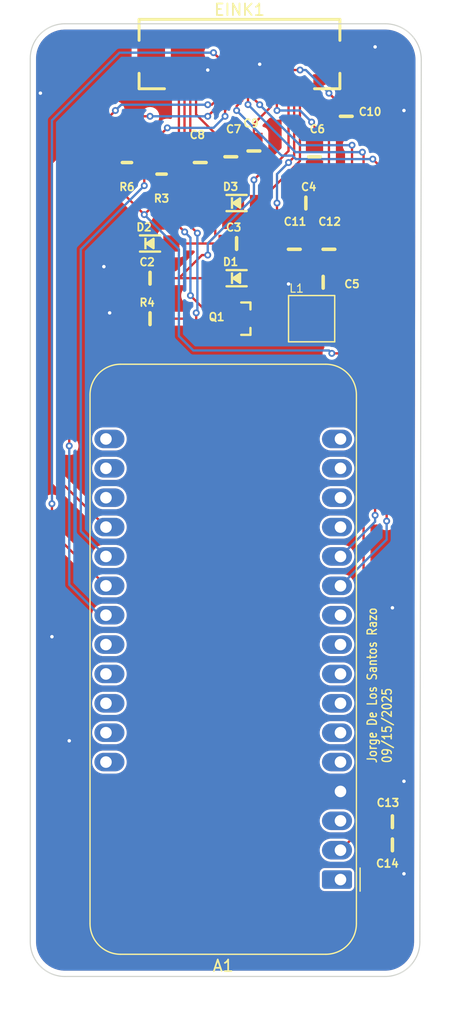
<source format=kicad_pcb>
(kicad_pcb (version 20241229) (generator "pcbnew") (generator_version "9.0")
  (layers (0 "F.Cu" signal) (2 "B.Cu" signal) (13 "F.Paste" user) (15 "B.Paste" user) (5 "F.SilkS" user "F.Silkscreen") (7 "B.SilkS" user "B.Silkscreen") (1 "F.Mask" user) (3 "B.Mask" user) (25 "Edge.Cuts" user))
  (net 0 "")
  (net 3 "3.3V")
  (net 5 "GND")
  (net 8 "/DISPCS")
  (net 14 "/DC")
  (net 18 "/BUSY")
  (net 22 "/MOSI")
  (net 24 "/SCLK")
  (net 26 "/RESET")
  (net 27 "/VGH")
  (net 28 "Net-(L1-1)")
  (net 29 "Net-(C3-Pad2)")
  (net 30 "/VGL")
  (net 31 "Net-(EINK1-VPP)")
  (net 32 "Net-(EINK1-VSH2)")
  (net 33 "Net-(EINK1-VGL{slash}NC)")
  (net 34 "Net-(EINK1-VDD)")
  (net 35 "Net-(EINK1-VSH1)")
  (net 36 "Net-(EINK1-VSL)")
  (net 37 "Net-(EINK1-VCOM)")
  (net 38 "/RESE")
  (net 39 "/TSDA")
  (net 40 "/GDR")
  (net 41 "/TSCL")
  (footprint "Adafruit eInk Breakout Friend:SOD-123" (layer "F.Cu") (at 120 73.5)
    (property "Reference" "D2" (at -1.27 -1.016 0) (layer "F.SilkS") (effects (font (size 0.666496 0.666496) (thickness 0.146304)) (justify left bottom)))
    (property "Value" "MBR0530")
    (fp_line (start -0.873 -0.7) (end 0.873 -0.7) (stroke (width 0.2032)) (layer "F.SilkS"))
    (fp_line (start -0.3 0) (end 0.3 -0.4) (stroke (width 0.2032)) (layer "F.SilkS"))
    (fp_line (start 0.3 -0.4) (end 0.3 0.4) (stroke (width 0.2032)) (layer "F.SilkS"))
    (fp_line (start 0.3 0.4) (end -0.3 0) (stroke (width 0.2032)) (layer "F.SilkS"))
    (fp_line (start 0.873 0.7) (end -0.873 0.7) (stroke (width 0.2032)) (layer "F.SilkS"))
    (fp_poly (pts (xy 0.3016 0.389841) (xy -0.283162 0) (xy 0.3016 -0.389841)) (fill yes) (layer "F.SilkS"))
    (fp_poly (pts (xy -0.5 0.5) (xy -0.3 0.5) (xy -0.3 -0.5) (xy -0.5 -0.5)) (fill yes) (layer "F.SilkS"))
    (pad "A" smd rect (at 1.85 0 90) (size 1.4 1.4) (layers "F.Cu" "F.Mask" "F.Paste") (net 29 "Net-(C3-Pad2)"))
    (pad "C" smd rect (at -1.85 0 90) (size 1.4 1.4) (layers "F.Cu" "F.Mask" "F.Paste") (net 5 "GND"))
  )
  (footprint "Adafruit eInk Breakout Friend:0805-NO" (layer "F.Cu") (at 135.5 74 90)
    (property "Reference" "C12" (at 2 -1 0) (layer "F.SilkS") (effects (font (size 0.666496 0.666496) (thickness 0.146304)) (justify left bottom)))
    (property "Value" "1uF")
    (fp_line (start 0 -0.508) (end 0 0.508) (stroke (width 0.3048)) (layer "F.SilkS"))
    (pad "1" smd rect (at -0.95 0 90) (size 1.24 1.5) (layers "F.Cu" "F.Mask" "F.Paste") (net 5 "GND"))
    (pad "2" smd rect (at 0.95 0 90) (size 1.24 1.5) (layers "F.Cu" "F.Mask" "F.Paste") (net 37 "Net-(EINK1-VCOM)"))
  )
  (footprint "Adafruit eInk Breakout Friend:0805-NO" (layer "F.Cu") (at 129 65.5 90)
    (property "Reference" "C9" (at 2 -1 0) (layer "F.SilkS") (effects (font (size 0.666496 0.666496) (thickness 0.146304)) (justify left bottom)))
    (property "Value" "1uF")
    (fp_line (start 0 -0.508) (end 0 0.508) (stroke (width 0.3048)) (layer "F.SilkS"))
    (pad "1" smd rect (at -0.95 0 90) (size 1.24 1.5) (layers "F.Cu" "F.Mask" "F.Paste") (net 5 "GND"))
    (pad "2" smd rect (at 0.95 0 90) (size 1.24 1.5) (layers "F.Cu" "F.Mask" "F.Paste") (net 34 "Net-(EINK1-VDD)"))
  )
  (footprint "Adafruit eInk Breakout Friend:0805-NO" (layer "F.Cu") (at 137 62.5 90)
    (property "Reference" "C10" (at 0 1 0) (layer "F.SilkS") (effects (font (size 0.666496 0.666496) (thickness 0.146304)) (justify left bottom)))
    (property "Value" "1uF")
    (fp_line (start 0 -0.508) (end 0 0.508) (stroke (width 0.3048)) (layer "F.SilkS"))
    (pad "1" smd rect (at -0.95 0 90) (size 1.24 1.5) (layers "F.Cu" "F.Mask" "F.Paste") (net 5 "GND"))
    (pad "2" smd rect (at 0.95 0 90) (size 1.24 1.5) (layers "F.Cu" "F.Mask" "F.Paste") (net 35 "Net-(EINK1-VSH1)"))
  )
  (footprint "Adafruit eInk Breakout Friend:0805-NO" (layer "F.Cu") (at 133.5 70)
    (property "Reference" "C4" (at -0.5 -1 0) (layer "F.SilkS") (effects (font (size 0.666496 0.666496) (thickness 0.146304)) (justify left bottom)))
    (property "Value" "1uF")
    (fp_line (start 0 -0.508) (end 0 0.508) (stroke (width 0.3048)) (layer "F.SilkS"))
    (pad "1" smd rect (at -0.95 0) (size 1.24 1.5) (layers "F.Cu" "F.Mask" "F.Paste") (net 30 "/VGL"))
    (pad "2" smd rect (at 0.95 0) (size 1.24 1.5) (layers "F.Cu" "F.Mask" "F.Paste") (net 5 "GND"))
  )
  (footprint "Adafruit eInk Breakout Friend:SOD-123" (layer "F.Cu") (at 127.5 76.5)
    (property "Reference" "D1" (at -1.27 -1.016 0) (layer "F.SilkS") (effects (font (size 0.666496 0.666496) (thickness 0.146304)) (justify left bottom)))
    (property "Value" "MBR0530")
    (fp_line (start -0.873 -0.7) (end 0.873 -0.7) (stroke (width 0.2032)) (layer "F.SilkS"))
    (fp_line (start -0.3 0) (end 0.3 -0.4) (stroke (width 0.2032)) (layer "F.SilkS"))
    (fp_line (start 0.3 -0.4) (end 0.3 0.4) (stroke (width 0.2032)) (layer "F.SilkS"))
    (fp_line (start 0.3 0.4) (end -0.3 0) (stroke (width 0.2032)) (layer "F.SilkS"))
    (fp_line (start 0.873 0.7) (end -0.873 0.7) (stroke (width 0.2032)) (layer "F.SilkS"))
    (fp_poly (pts (xy 0.3016 0.389841) (xy -0.283162 0) (xy 0.3016 -0.389841)) (fill yes) (layer "F.SilkS"))
    (fp_poly (pts (xy -0.5 0.5) (xy -0.3 0.5) (xy -0.3 -0.5) (xy -0.5 -0.5)) (fill yes) (layer "F.SilkS"))
    (pad "A" smd rect (at 1.85 0 90) (size 1.4 1.4) (layers "F.Cu" "F.Mask" "F.Paste") (net 28 "Net-(L1-1)"))
    (pad "C" smd rect (at -1.85 0 90) (size 1.4 1.4) (layers "F.Cu" "F.Mask" "F.Paste") (net 27 "/VGH"))
  )
  (footprint "Adafruit eInk Breakout Friend:0603-NO" (layer "F.Cu") (at 118 66.5 -90)
    (property "Reference" "R6" (at 2.5 0.75 0) (layer "F.SilkS") (effects (font (size 0.666496 0.666496) (thickness 0.146304)) (justify left bottom)))
    (property "Value" "100K")
    (fp_line (start 0 -0.4) (end 0 0.4) (stroke (width 0.3048)) (layer "F.SilkS"))
    (pad "1" smd rect (at -0.85 0 270) (size 1.075 1) (layers "F.Cu" "F.Mask" "F.Paste") (net 26 "/RESET"))
    (pad "2" smd rect (at 0.85 0 270) (size 1.075 1) (layers "F.Cu" "F.Mask" "F.Paste") (net 3 "3.3V"))
  )
  (footprint "Adafruit eInk Breakout Friend:0805-NO" (layer "F.Cu") (at 124.35 66.5 90)
    (property "Reference" "C8" (at 2 -1 0) (layer "F.SilkS") (effects (font (size 0.666496 0.666496) (thickness 0.146304)) (justify left bottom)))
    (property "Value" "1uF")
    (fp_line (start 0 -0.508) (end 0 0.508) (stroke (width 0.3048)) (layer "F.SilkS"))
    (pad "1" smd rect (at -0.95 0 90) (size 1.24 1.5) (layers "F.Cu" "F.Mask" "F.Paste") (net 5 "GND"))
    (pad "2" smd rect (at 0.95 0 90) (size 1.24 1.5) (layers "F.Cu" "F.Mask" "F.Paste") (net 33 "Net-(EINK1-VGL{slash}NC)"))
  )
  (footprint "Module:Adafruit_Feather" (layer "F.Cu") (at 136.5 128.5 180)
    (property "Reference" "A1" (at 10.16 -7.46 0) (layer "F.SilkS"))
    (property "Value" "Adafruit_Feather_HUZZAH32_ESP32")
    (fp_line (start 21.7 -3.81) (end 21.7 41.91) (stroke (width 0.12)) (layer "F.SilkS"))
    (fp_line (start 19.05 44.56) (end 1.27 44.56) (stroke (width 0.12)) (layer "F.SilkS"))
    (fp_line (start 19.05 -6.46) (end 1.27 -6.46) (stroke (width 0.12)) (layer "F.SilkS"))
    (fp_line (start -1.38 -3.81) (end -1.38 41.91) (stroke (width 0.12)) (layer "F.SilkS"))
    (fp_line (start -1.7 1) (end -1.7 -1) (stroke (width 0.12)) (layer "F.SilkS"))
    (fp_arc (start 21.7 41.91) (mid 20.923833 43.783833) (end 19.05 44.56) (stroke (width 0.12)) (layer "F.SilkS"))
    (fp_arc (start 19.05 -6.46) (mid 20.923833 -5.683833) (end 21.7 -3.81) (stroke (width 0.12)) (layer "F.SilkS"))
    (fp_arc (start 1.27 44.56) (mid -0.603833 43.783833) (end -1.38 41.91) (stroke (width 0.12)) (layer "F.SilkS"))
    (fp_arc (start -1.38 -3.81) (mid -0.603833 -5.683833) (end 1.27 -6.46) (stroke (width 0.12)) (layer "F.SilkS"))
    (pad "1" thru_hole roundrect (at 0 0 180) (size 2.6 1.6) (drill 1 (offset 0.3 0)) (layers "*.Cu" "*.Mask") (roundrect_rratio 0.15625))
    (pad "2" thru_hole oval (at 0 2.54 180) (size 2.6 1.6) (drill 1 (offset 0.3 0)) (layers "*.Cu" "*.Mask") (net 3 "3.3V"))
    (pad "3" thru_hole oval (at 0 5.08 180) (size 2.6 1.6) (drill 1 (offset 0.3 0)) (layers "*.Cu" "*.Mask"))
    (pad "4" thru_hole oval (at 0 7.62 180) (size 2.6 1.6) (drill 1 (offset 0.3 0)) (layers "*.Cu" "*.Mask") (net 5 "GND"))
    (pad "5" thru_hole oval (at 0 10.16 180) (size 2.6 1.6) (drill 1 (offset 0.3 0)) (layers "*.Cu" "*.Mask"))
    (pad "6" thru_hole oval (at 0 12.7 180) (size 2.6 1.6) (drill 1 (offset 0.3 0)) (layers "*.Cu" "*.Mask"))
    (pad "7" thru_hole oval (at 0 15.24 180) (size 2.6 1.6) (drill 1 (offset 0.3 0)) (layers "*.Cu" "*.Mask"))
    (pad "8" thru_hole oval (at 0 17.78 180) (size 2.6 1.6) (drill 1 (offset 0.3 0)) (layers "*.Cu" "*.Mask"))
    (pad "9" thru_hole oval (at 0 20.32 180) (size 2.6 1.6) (drill 1 (offset 0.3 0)) (layers "*.Cu" "*.Mask"))
    (pad "10" thru_hole oval (at 0 22.86 180) (size 2.6 1.6) (drill 1 (offset 0.3 0)) (layers "*.Cu" "*.Mask"))
    (pad "11" thru_hole oval (at 0 25.4 180) (size 2.6 1.6) (drill 1 (offset 0.3 0)) (layers "*.Cu" "*.Mask") (net 24 "/SCLK"))
    (pad "12" thru_hole oval (at 0 27.94 180) (size 2.6 1.6) (drill 1 (offset 0.3 0)) (layers "*.Cu" "*.Mask") (net 22 "/MOSI"))
    (pad "13" thru_hole oval (at 0 30.48 180) (size 2.6 1.6) (drill 1 (offset 0.3 0)) (layers "*.Cu" "*.Mask"))
    (pad "14" thru_hole oval (at 0 33.02 180) (size 2.6 1.6) (drill 1 (offset 0.3 0)) (layers "*.Cu" "*.Mask"))
    (pad "15" thru_hole oval (at 0 35.56 180) (size 2.6 1.6) (drill 1 (offset 0.3 0)) (layers "*.Cu" "*.Mask"))
    (pad "16" thru_hole oval (at 0 38.1 180) (size 2.6 1.6) (drill 1 (offset 0.3 0)) (layers "*.Cu" "*.Mask"))
    (pad "17" thru_hole oval (at 20.32 38.1) (size 2.6 1.6) (drill 1 (offset 0.3 0)) (layers "*.Cu" "*.Mask"))
    (pad "18" thru_hole oval (at 20.32 35.56) (size 2.6 1.6) (drill 1 (offset 0.3 0)) (layers "*.Cu" "*.Mask"))
    (pad "19" thru_hole oval (at 20.32 33.02) (size 2.6 1.6) (drill 1 (offset 0.3 0)) (layers "*.Cu" "*.Mask"))
    (pad "20" thru_hole oval (at 20.32 30.48) (size 2.6 1.6) (drill 1 (offset 0.3 0)) (layers "*.Cu" "*.Mask") (net 18 "/BUSY"))
    (pad "21" thru_hole oval (at 20.32 27.94) (size 2.6 1.6) (drill 1 (offset 0.3 0)) (layers "*.Cu" "*.Mask") (net 8 "/DISPCS"))
    (pad "22" thru_hole oval (at 20.32 25.4) (size 2.6 1.6) (drill 1 (offset 0.3 0)) (layers "*.Cu" "*.Mask") (net 14 "/DC"))
    (pad "23" thru_hole oval (at 20.32 22.86) (size 2.6 1.6) (drill 1 (offset 0.3 0)) (layers "*.Cu" "*.Mask") (net 26 "/RESET"))
    (pad "24" thru_hole oval (at 20.32 20.32) (size 2.6 1.6) (drill 1 (offset 0.3 0)) (layers "*.Cu" "*.Mask"))
    (pad "25" thru_hole oval (at 20.32 17.78) (size 2.6 1.6) (drill 1 (offset 0.3 0)) (layers "*.Cu" "*.Mask"))
    (pad "26" thru_hole oval (at 20.32 15.24) (size 2.6 1.6) (drill 1 (offset 0.3 0)) (layers "*.Cu" "*.Mask"))
    (pad "27" thru_hole oval (at 20.32 12.7) (size 2.6 1.6) (drill 1 (offset 0.3 0)) (layers "*.Cu" "*.Mask"))
    (pad "28" thru_hole oval (at 20.32 10.16) (size 2.6 1.6) (drill 1 (offset 0.3 0)) (layers "*.Cu" "*.Mask"))
  )
  (footprint "Adafruit eInk Breakout Friend:0805-NO" (layer "F.Cu") (at 141 125.5 180)
    (property "Reference" "C14" (at 1.5 -2 0) (layer "F.SilkS") (effects (font (size 0.666496 0.666496) (thickness 0.146304)) (justify left bottom)))
    (property "Value" "10uF")
    (fp_line (start 0 -0.508) (end 0 0.508) (stroke (width 0.3048)) (layer "F.SilkS"))
    (pad "1" smd rect (at -0.95 0 180) (size 1.24 1.5) (layers "F.Cu" "F.Mask" "F.Paste") (net 5 "GND"))
    (pad "2" smd rect (at 0.95 0 180) (size 1.24 1.5) (layers "F.Cu" "F.Mask" "F.Paste") (net 3 "3.3V"))
  )
  (footprint "Adafruit eInk Breakout Friend:0805-NO" (layer "F.Cu") (at 120 76.5 180)
    (property "Reference" "C2" (at 1 1 0) (layer "F.SilkS") (effects (font (size 0.666496 0.666496) (thickness 0.146304)) (justify left bottom)))
    (property "Value" "1uF")
    (fp_line (start 0 -0.508) (end 0 0.508) (stroke (width 0.3048)) (layer "F.SilkS"))
    (pad "1" smd rect (at -0.95 0 180) (size 1.24 1.5) (layers "F.Cu" "F.Mask" "F.Paste") (net 27 "/VGH"))
    (pad "2" smd rect (at 0.95 0 180) (size 1.24 1.5) (layers "F.Cu" "F.Mask" "F.Paste") (net 5 "GND"))
  )
  (footprint "Adafruit eInk Breakout Friend:SOD-123" (layer "F.Cu") (at 127.5 70)
    (property "Reference" "D3" (at -1.27 -1.016 0) (layer "F.SilkS") (effects (font (size 0.666496 0.666496) (thickness 0.146304)) (justify left bottom)))
    (property "Value" "MBR0530")
    (fp_line (start -0.873 -0.7) (end 0.873 -0.7) (stroke (width 0.2032)) (layer "F.SilkS"))
    (fp_line (start -0.3 0) (end 0.3 -0.4) (stroke (width 0.2032)) (layer "F.SilkS"))
    (fp_line (start 0.3 -0.4) (end 0.3 0.4) (stroke (width 0.2032)) (layer "F.SilkS"))
    (fp_line (start 0.3 0.4) (end -0.3 0) (stroke (width 0.2032)) (layer "F.SilkS"))
    (fp_line (start 0.873 0.7) (end -0.873 0.7) (stroke (width 0.2032)) (layer "F.SilkS"))
    (fp_poly (pts (xy 0.3016 0.389841) (xy -0.283162 0) (xy 0.3016 -0.389841)) (fill yes) (layer "F.SilkS"))
    (fp_poly (pts (xy -0.5 0.5) (xy -0.3 0.5) (xy -0.3 -0.5) (xy -0.5 -0.5)) (fill yes) (layer "F.SilkS"))
    (pad "A" smd rect (at 1.85 0 90) (size 1.4 1.4) (layers "F.Cu" "F.Mask" "F.Paste") (net 30 "/VGL"))
    (pad "C" smd rect (at -1.85 0 90) (size 1.4 1.4) (layers "F.Cu" "F.Mask" "F.Paste") (net 29 "Net-(C3-Pad2)"))
  )
  (footprint "Adafruit eInk Breakout Friend:0805-NO" (layer "F.Cu") (at 127 66 90)
    (property "Reference" "C7" (at 2 -0.5 0) (layer "F.SilkS") (effects (font (size 0.666496 0.666496) (thickness 0.146304)) (justify left bottom)))
    (property "Value" "1uF")
    (fp_line (start 0 -0.508) (end 0 0.508) (stroke (width 0.3048)) (layer "F.SilkS"))
    (pad "1" smd rect (at -0.95 0 90) (size 1.24 1.5) (layers "F.Cu" "F.Mask" "F.Paste") (net 5 "GND"))
    (pad "2" smd rect (at 0.95 0 90) (size 1.24 1.5) (layers "F.Cu" "F.Mask" "F.Paste") (net 32 "Net-(EINK1-VSH2)"))
  )
  (footprint "Adafruit eInk Breakout Friend:0805-NO" (layer "F.Cu") (at 135 76.85)
    (property "Reference" "C5" (at 1.75 0.55 0) (layer "F.SilkS") (effects (font (size 0.666496 0.666496) (thickness 0.146304)) (justify left bottom)))
    (property "Value" "10uF")
    (fp_line (start 0 -0.508) (end 0 0.508) (stroke (width 0.3048)) (layer "F.SilkS"))
    (pad "1" smd rect (at -0.95 0) (size 1.24 1.5) (layers "F.Cu" "F.Mask" "F.Paste") (net 5 "GND"))
    (pad "2" smd rect (at 0.95 0) (size 1.24 1.5) (layers "F.Cu" "F.Mask" "F.Paste") (net 3 "3.3V"))
  )
  (footprint "Adafruit eInk Breakout Friend:0805-NO" (layer "F.Cu") (at 141 123.5 180)
    (property "Reference" "C13" (at 1.45 1.25 0) (layer "F.SilkS") (effects (font (size 0.666496 0.666496) (thickness 0.146304)) (justify left bottom)))
    (property "Value" "0.1uF")
    (fp_line (start 0 -0.508) (end 0 0.508) (stroke (width 0.3048)) (layer "F.SilkS"))
    (pad "1" smd rect (at -0.95 0 180) (size 1.24 1.5) (layers "F.Cu" "F.Mask" "F.Paste") (net 5 "GND"))
    (pad "2" smd rect (at 0.95 0 180) (size 1.24 1.5) (layers "F.Cu" "F.Mask" "F.Paste") (net 3 "3.3V"))
  )
  (footprint "Adafruit eInk Breakout Friend:0805-NO" (layer "F.Cu") (at 132.5 74 90)
    (property "Reference" "C11" (at 2 -1 0) (layer "F.SilkS") (effects (font (size 0.666496 0.666496) (thickness 0.146304)) (justify left bottom)))
    (property "Value" "1uF")
    (fp_line (start 0 -0.508) (end 0 0.508) (stroke (width 0.3048)) (layer "F.SilkS"))
    (pad "1" smd rect (at -0.95 0 90) (size 1.24 1.5) (layers "F.Cu" "F.Mask" "F.Paste") (net 5 "GND"))
    (pad "2" smd rect (at 0.95 0 90) (size 1.24 1.5) (layers "F.Cu" "F.Mask" "F.Paste") (net 36 "Net-(EINK1-VSL)"))
  )
  (footprint "Adafruit eInk Breakout Friend:0805-NO" (layer "F.Cu") (at 120 80 180)
    (property "Reference" "R4" (at 1 1 0) (layer "F.SilkS") (effects (font (size 0.666496 0.666496) (thickness 0.146304)) (justify left bottom)))
    (property "Value" "0.47ohm")
    (fp_line (start 0 -0.508) (end 0 0.508) (stroke (width 0.3048)) (layer "F.SilkS"))
    (pad "1" smd rect (at -0.95 0 180) (size 1.24 1.5) (layers "F.Cu" "F.Mask" "F.Paste") (net 38 "/RESE"))
    (pad "2" smd rect (at 0.95 0 180) (size 1.24 1.5) (layers "F.Cu" "F.Mask" "F.Paste") (net 5 "GND"))
  )
  (footprint "Adafruit eInk Breakout Friend:SOT23-3" (layer "F.Cu") (at 128 80 -90)
    (property "Reference" "Q1" (at 0.25 3 0) (layer "F.SilkS") (effects (font (size 0.673888 0.673888) (thickness 0.146304) (bold yes)) (justify left bottom)))
    (property "Value" "IRLML0100")
    (fp_line (start -1.4 -0.7) (end -1.4 0.1) (stroke (width 0.2032)) (layer "F.SilkS"))
    (fp_line (start -0.8 -0.7) (end -1.4 -0.7) (stroke (width 0.2032)) (layer "F.SilkS"))
    (fp_line (start 0.8 -0.7) (end 1.4 -0.7) (stroke (width 0.2032)) (layer "F.SilkS"))
    (fp_line (start 1.4 -0.7) (end 1.4 0.1) (stroke (width 0.2032)) (layer "F.SilkS"))
    (pad "1" smd rect (at -0.95 1 270) (size 0.8 0.9) (layers "F.Cu" "F.Mask" "F.Paste") (net 40 "/GDR"))
    (pad "2" smd rect (at 0.95 1 270) (size 0.8 0.9) (layers "F.Cu" "F.Mask" "F.Paste") (net 38 "/RESE"))
    (pad "3" smd rect (at 0 -1.1 270) (size 0.8 0.9) (layers "F.Cu" "F.Mask" "F.Paste") (net 28 "Net-(L1-1)"))
  )
  (footprint "Adafruit eInk Breakout Friend:0603-NO" (layer "F.Cu") (at 121 67.5 -90)
    (property "Reference" "R3" (at 2.5 0.75 0) (layer "F.SilkS") (effects (font (size 0.666496 0.666496) (thickness 0.146304)) (justify left bottom)))
    (property "Value" "100K")
    (fp_line (start 0 -0.4) (end 0 0.4) (stroke (width 0.3048)) (layer "F.SilkS"))
    (pad "1" smd rect (at -0.85 0 270) (size 1.075 1) (layers "F.Cu" "F.Mask" "F.Paste") (net 8 "/DISPCS"))
    (pad "2" smd rect (at 0.85 0 270) (size 1.075 1) (layers "F.Cu" "F.Mask" "F.Paste") (net 3 "3.3V"))
  )
  (footprint "Adafruit eInk Breakout Friend:INDUCTOR_4X4MM_NR401" (layer "F.Cu") (at 134 80)
    (property "Reference" "L1" (at -2 -2.2 0) (layer "F.SilkS") (effects (font (size 0.715264 0.715264) (thickness 0.097536)) (justify left bottom)))
    (property "Value" "10uH")
    (fp_line (start -2 -2) (end 2 -2) (stroke (width 0.127)) (layer "F.SilkS"))
    (fp_line (start -2 2) (end -2 -2) (stroke (width 0.127)) (layer "F.SilkS"))
    (fp_line (start 2 -2) (end 2 2) (stroke (width 0.127)) (layer "F.SilkS"))
    (fp_line (start 2 2) (end -2 2) (stroke (width 0.127)) (layer "F.SilkS"))
    (pad "P$1" smd rect (at -1.4 0) (size 1.2 3.7) (layers "F.Cu" "F.Mask" "F.Paste") (net 28 "Net-(L1-1)"))
    (pad "P$2" smd rect (at 1.4 0) (size 1.2 3.7) (layers "F.Cu" "F.Mask" "F.Paste") (net 3 "3.3V"))
  )
  (footprint "Adafruit eInk Breakout Friend:0805-NO" (layer "F.Cu") (at 134.25 66 90)
    (property "Reference" "C6" (at 2 -0.5 0) (layer "F.SilkS") (effects (font (size 0.666496 0.666496) (thickness 0.146304)) (justify left bottom)))
    (property "Value" "1uF")
    (fp_line (start 0 -0.508) (end 0 0.508) (stroke (width 0.3048)) (layer "F.SilkS"))
    (pad "1" smd rect (at -0.95 0 90) (size 1.24 1.5) (layers "F.Cu" "F.Mask" "F.Paste") (net 5 "GND"))
    (pad "2" smd rect (at 0.95 0 90) (size 1.24 1.5) (layers "F.Cu" "F.Mask" "F.Paste") (net 31 "Net-(EINK1-VPP)"))
  )
  (footprint "Adafruit eInk Breakout Friend:FPC-SMD_P0.50-24P_XJ-FGS" (layer "F.Cu") (at 127.75 58.62)
    (property "Reference" "EINK1" (at 0 -5.327 0) (layer "F.SilkS"))
    (property "Value" "EINK_24PIN_CONNECTOR")
    (fp_line (start -8.7 -4.5) (end 8.7 -4.5) (stroke (width 0.254)) (layer "F.SilkS"))
    (fp_line (start -8.7 -2.687) (end -8.7 -4.5) (stroke (width 0.254)) (layer "F.SilkS"))
    (fp_line (start -8.7 1.5) (end -8.7 0.164) (stroke (width 0.254)) (layer "F.SilkS"))
    (fp_line (start -6.5 1.5) (end -8.7 1.5) (stroke (width 0.254)) (layer "F.SilkS"))
    (fp_line (start 8.7 -2.687) (end 8.7 -4.5) (stroke (width 0.254)) (layer "F.SilkS"))
    (fp_line (start 8.7 1.5) (end 6.5 1.5) (stroke (width 0.254)) (layer "F.SilkS"))
    (fp_line (start 8.7 1.5) (end 8.7 0.164) (stroke (width 0.254)) (layer "F.SilkS"))
    (pad "1" smd rect (at -5.752 1.262) (size 0.3 1.25) (layers "F.Cu" "F.Mask" "F.Paste"))
    (pad "2" smd rect (at -5.25 1.262) (size 0.3 1.25) (layers "F.Cu" "F.Mask" "F.Paste") (net 40 "/GDR"))
    (pad "3" smd rect (at -4.75 1.262) (size 0.3 1.25) (layers "F.Cu" "F.Mask" "F.Paste") (net 38 "/RESE"))
    (pad "4" smd rect (at -4.25 1.262) (size 0.3 1.25) (layers "F.Cu" "F.Mask" "F.Paste") (net 33 "Net-(EINK1-VGL{slash}NC)"))
    (pad "5" smd rect (at -3.75 1.262) (size 0.3 1.25) (layers "F.Cu" "F.Mask" "F.Paste") (net 32 "Net-(EINK1-VSH2)"))
    (pad "6" smd rect (at -3.25 1.262) (size 0.3 1.25) (layers "F.Cu" "F.Mask" "F.Paste") (net 41 "/TSCL"))
    (pad "7" smd rect (at -2.75 1.262) (size 0.3 1.25) (layers "F.Cu" "F.Mask" "F.Paste") (net 39 "/TSDA"))
    (pad "8" smd rect (at -2.25 1.262) (size 0.3 1.25) (layers "F.Cu" "F.Mask" "F.Paste") (net 5 "GND"))
    (pad "9" smd rect (at -1.75 1.262) (size 0.3 1.25) (layers "F.Cu" "F.Mask" "F.Paste") (net 18 "/BUSY"))
    (pad "10" smd rect (at -1.25 1.262) (size 0.3 1.25) (layers "F.Cu" "F.Mask" "F.Paste") (net 26 "/RESET"))
    (pad "11" smd rect (at -0.75 1.262) (size 0.3 1.25) (layers "F.Cu" "F.Mask" "F.Paste") (net 14 "/DC"))
    (pad "12" smd rect (at -0.25 1.262) (size 0.3 1.25) (layers "F.Cu" "F.Mask" "F.Paste") (net 8 "/DISPCS"))
    (pad "13" smd rect (at 0.25 1.262) (size 0.3 1.25) (layers "F.Cu" "F.Mask" "F.Paste") (net 24 "/SCLK"))
    (pad "14" smd rect (at 0.75 1.262) (size 0.3 1.25) (layers "F.Cu" "F.Mask" "F.Paste") (net 22 "/MOSI"))
    (pad "15" smd rect (at 1.25 1.262) (size 0.3 1.25) (layers "F.Cu" "F.Mask" "F.Paste") (net 3 "3.3V"))
    (pad "16" smd rect (at 1.75 1.262) (size 0.3 1.25) (layers "F.Cu" "F.Mask" "F.Paste") (net 3 "3.3V"))
    (pad "17" smd rect (at 2.25 1.262) (size 0.3 1.25) (layers "F.Cu" "F.Mask" "F.Paste") (net 5 "GND"))
    (pad "18" smd rect (at 2.75 1.262) (size 0.3 1.25) (layers "F.Cu" "F.Mask" "F.Paste") (net 34 "Net-(EINK1-VDD)"))
    (pad "19" smd rect (at 3.25 1.262) (size 0.3 1.25) (layers "F.Cu" "F.Mask" "F.Paste") (net 31 "Net-(EINK1-VPP)"))
    (pad "20" smd rect (at 3.75 1.262) (size 0.3 1.25) (layers "F.Cu" "F.Mask" "F.Paste") (net 35 "Net-(EINK1-VSH1)"))
    (pad "21" smd rect (at 4.25 1.262) (size 0.3 1.25) (layers "F.Cu" "F.Mask" "F.Paste") (net 27 "/VGH"))
    (pad "22" smd rect (at 4.75 1.262) (size 0.3 1.25) (layers "F.Cu" "F.Mask" "F.Paste") (net 36 "Net-(EINK1-VSL)"))
    (pad "23" smd rect (at 5.25 1.262) (size 0.3 1.25) (layers "F.Cu" "F.Mask" "F.Paste") (net 30 "/VGL"))
    (pad "24" smd rect (at 5.75 1.262) (size 0.3 1.25) (layers "F.Cu" "F.Mask" "F.Paste") (net 37 "Net-(EINK1-VCOM)"))
    (pad "25" smd rect (at -7.65 -1.2615) (size 2.4 2) (layers "F.Cu" "F.Mask" "F.Paste"))
    (pad "26" smd rect (at 7.65 -1.262) (size 2.4 2) (layers "F.Cu" "F.Mask" "F.Paste"))
  )
  (footprint "Adafruit eInk Breakout Friend:0805-NO" (layer "F.Cu") (at 127.5 73.5 180)
    (property "Reference" "C3" (at 1 1 0) (layer "F.SilkS") (effects (font (size 0.666496 0.666496) (thickness 0.146304)) (justify left bottom)))
    (property "Value" "10uF")
    (fp_line (start 0 -0.508) (end 0 0.508) (stroke (width 0.3048)) (layer "F.SilkS"))
    (pad "1" smd rect (at -0.95 0 180) (size 1.24 1.5) (layers "F.Cu" "F.Mask" "F.Paste") (net 28 "Net-(L1-1)"))
    (pad "2" smd rect (at 0.95 0 180) (size 1.24 1.5) (layers "F.Cu" "F.Mask" "F.Paste") (net 29 "Net-(C3-Pad2)"))
  )
  (gr_arc (start 112.62132 136.87868) (mid 110.499994 136.000006) (end 109.62132 133.87868) (stroke (width 0.1)) (layer "Edge.Cuts"))
  (gr_line (start 112.6213 54.5) (end 140.37868 54.5) (stroke (width 0.1)) (layer "Edge.Cuts"))
  (gr_arc (start 143.37868 133.87868) (mid 142.500006 136.000006) (end 140.37868 136.87868) (stroke (width 0.1)) (layer "Edge.Cuts"))
  (gr_line (start 109.62132 133.8787) (end 109.62132 57.5) (stroke (width 0.1)) (layer "Edge.Cuts"))
  (gr_line (start 140.37868 136.878679) (end 112.62132 136.87868) (stroke (width 0.1)) (layer "Edge.Cuts"))
  (gr_arc (start 109.62132 57.5) (mid 110.499994 55.378674) (end 112.62132 54.5) (stroke (width 0.1)) (layer "Edge.Cuts"))
  (gr_arc (start 140.37868 54.5) (mid 142.585793 55.414212) (end 143.5 57.621327) (stroke (width 0.1)) (layer "Edge.Cuts"))
  (gr_line (start 143.5 57.621327) (end 143.37868 133.8787) (stroke (width 0.1)) (layer "Edge.Cuts"))
  (gr_text "Jorge De Los Santos Razo\n09/15/2025" (at 141 118.5 90) (layer "F.SilkS") (effects (font (size 0.8 0.6665) (thickness 0.125) (bold yes)) (justify left bottom)))
  (segment (start 119.5 71) (end 118 69.5) (width 0.2) (layer "F.Cu") (net 3))
  (segment (start 139 124.5) (end 137.96 124.5) (width 0.2) (layer "F.Cu") (net 3))
  (segment (start 128.98675 60.98675) (end 129.5 61.5) (width 0.2) (layer "F.Cu") (net 3))
  (segment (start 137.45 82.05) (end 137.95 82.55) (width 0.2) (layer "F.Cu") (net 3))
  (segment (start 129.48675 60) (end 129 60) (width 0.2) (layer "F.Cu") (net 3))
  (segment (start 137.95 82.55) (end 138.325 82.925) (width 0.2) (layer "F.Cu") (net 3))
  (segment (start 138.5 124) (end 139 124.5) (width 0.2) (layer "F.Cu") (net 3))
  (segment (start 136.85 76.85) (end 135.95 76.85) (width 0.2) (layer "F.Cu") (net 3))
  (segment (start 137.75 82.75) (end 137.5 83) (width 0.2) (layer "F.Cu") (net 3))
  (segment (start 138.325 82.925) (end 138.5 83.1) (width 0.2) (layer "F.Cu") (net 3))
  (segment (start 137.5 83) (end 135.75 83) (width 0.2) (layer "F.Cu") (net 3))
  (segment (start 137.95 82.55) (end 137.75 82.75) (width 0.2) (layer "F.Cu") (net 3))
  (segment (start 118 69.5) (end 118 67.35) (width 0.2) (layer "F.Cu") (net 3))
  (segment (start 137.5 77.5) (end 137.5 65) (width 0.2) (layer "F.Cu") (net 3))
  (segment (start 129 60) (end 128.98675 60) (width 0.2) (layer "F.Cu") (net 3))
  (segment (start 137.45 82.05) (end 137.5 82.1) (width 0.2) (layer "F.Cu") (net 3))
  (segment (start 137.96 124.5) (end 136.5 125.96) (width 0.2) (layer "F.Cu") (net 3))
  (segment (start 137.5 77.5) (end 136.85 76.85) (width 0.2) (layer "F.Cu") (net 3))
  (segment (start 137.5 82.1) (end 137.5 77.5) (width 0.2) (layer "F.Cu") (net 3))
  (segment (start 129 60) (end 129 59.882) (width 0.2) (layer "F.Cu") (net 3))
  (segment (start 140.05 124.5) (end 140.05 123.5) (width 0.2) (layer "F.Cu") (net 3))
  (segment (start 135.4 80) (end 137.45 82.05) (width 0.2) (layer "F.Cu") (net 3))
  (segment (start 129 59.882) (end 128.98675 59.89525) (width 0.2) (layer "F.Cu") (net 3))
  (segment (start 139 124.5) (end 140.05 124.5) (width 0.2) (layer "F.Cu") (net 3))
  (segment (start 119.5 71) (end 121 69.5) (width 0.2) (layer "F.Cu") (net 3))
  (segment (start 121 69.5) (end 121 68.35) (width 0.2) (layer "F.Cu") (net 3))
  (segment (start 138.5 83.1) (end 138.5 86.5) (width 0.2) (layer "F.Cu") (net 3))
  (segment (start 138.5 86.5) (end 138.5 124) (width 0.2) (layer "F.Cu") (net 3))
  (segment (start 140.05 125.5) (end 140.05 124.5) (width 0.2) (layer "F.Cu") (net 3))
  (segment (start 128.98675 59.89525) (end 128.98675 60.98675) (width 0.2) (layer "F.Cu") (net 3))
  (via (at 129.5 61.5) (size 0.6) (drill 0.3) (layers "F.Cu" "B.Cu") (net 3))
  (via (at 119.5 71) (size 0.6) (drill 0.3) (layers "F.Cu" "B.Cu") (net 3))
  (via (at 137.5 65) (size 0.6) (drill 0.3) (layers "F.Cu" "B.Cu") (net 3))
  (via (at 135.75 83) (size 0.6) (drill 0.3) (layers "F.Cu" "B.Cu") (net 3))
  (segment (start 137.5 65) (end 133 65) (width 0.2) (layer "B.Cu") (net 3))
  (segment (start 123.75 82.75) (end 135.5 82.75) (width 0.2) (layer "B.Cu") (net 3))
  (segment (start 119.5 71) (end 122.5 74) (width 0.2) (layer "B.Cu") (net 3))
  (segment (start 133 65) (end 129.5 61.5) (width 0.2) (layer "B.Cu") (net 3))
  (segment (start 122.5 74) (end 122.5 81.5) (width 0.2) (layer "B.Cu") (net 3))
  (segment (start 135.5 82.75) (end 135.75 83) (width 0.2) (layer "B.Cu") (net 3))
  (segment (start 122.5 81.5) (end 123.75 82.75) (width 0.2) (layer "B.Cu") (net 3))
  (segment (start 125.48675 59.86875) (end 125.5 59.882) (width 0.2) (layer "F.Cu") (net 5))
  (segment (start 129.5 58) (end 129.98675 58.48675) (width 0.2) (layer "F.Cu") (net 5))
  (segment (start 125 58.5) (end 125.48675 58.98675) (width 0.2) (layer "F.Cu") (net 5))
  (segment (start 129.98675 59.86875) (end 130 59.882) (width 0.2) (layer "F.Cu") (net 5))
  (segment (start 125.48675 58.98675) (end 125.48675 59.86875) (width 0.2) (layer "F.Cu") (net 5))
  (segment (start 129.98675 58.48675) (end 129.98675 59.86875) (width 0.2) (layer "F.Cu") (net 5))
  (via (at 116.5 79.5) (size 0.6) (drill 0.3) (layers "F.Cu" "B.Cu") (net 5))
  (via (at 139.5 56.5) (size 0.6) (drill 0.3) (layers "F.Cu" "B.Cu") (net 5))
  (via (at 113 116.5) (size 0.6) (drill 0.3) (layers "F.Cu" "B.Cu") (net 5))
  (via (at 142 120) (size 0.6) (drill 0.3) (layers "F.Cu" "B.Cu") (net 5))
  (via (at 141 105) (size 0.6) (drill 0.3) (layers "F.Cu" "B.Cu") (net 5))
  (via (at 142 62) (size 0.6) (drill 0.3) (layers "F.Cu" "B.Cu") (net 5))
  (via (at 116 75.5) (size 0.6) (drill 0.3) (layers "F.Cu" "B.Cu") (net 5))
  (via (at 129.5 58) (size 0.6) (drill 0.3) (layers "F.Cu" "B.Cu") (net 5))
  (via (at 125 58.5) (size 0.6) (drill 0.3) (layers "F.Cu" "B.Cu") (net 5))
  (via (at 111.5 107.5) (size 0.6) (drill 0.3) (layers "F.Cu" "B.Cu") (net 5))
  (via (at 132 77) (size 0.6) (drill 0.3) (layers "F.Cu" "B.Cu") (net 5))
  (via (at 110.5 60.5) (size 0.6) (drill 0.3) (layers "F.Cu" "B.Cu") (net 5))
  (via (at 142 128) (size 0.6) (drill 0.3) (layers "F.Cu" "B.Cu") (net 5))
  (segment (start 127.48675 59.89525) (end 127.48675 61.01325) (width 0.2) (layer "F.Cu") (net 8))
  (segment (start 127.5 59.882) (end 127.48675 59.89525) (width 0.2) (layer "F.Cu") (net 8))
  (segment (start 126.5 62) (end 126.5 62.5) (width 0.2) (layer "F.Cu") (net 8))
  (segment (start 119.5 65.5) (end 119.5 68.5) (width 0.2) (layer "F.Cu") (net 8))
  (segment (start 127.48675 61.01325) (end 126.5 62) (width 0.2) (layer "F.Cu") (net 8))
  (segment (start 121.5 63.5) (end 121 64) (width 0.2) (layer "F.Cu") (net 8))
  (segment (start 121 64) (end 119.5 65.5) (width 0.2) (layer "F.Cu") (net 8))
  (segment (start 121 64) (end 121 66.65) (width 0.2) (layer "F.Cu") (net 8))
  (via (at 121.5 63.5) (size 0.6) (drill 0.3) (layers "F.Cu" "B.Cu") (net 8))
  (via (at 126.5 62.5) (size 0.6) (drill 0.3) (layers "F.Cu" "B.Cu") (net 8))
  (via (at 119.5 68.5) (size 0.6) (drill 0.3) (layers "F.Cu" "B.Cu") (net 8))
  (segment (start 126.5 62.5) (end 125.5 63.5) (width 0.2) (layer "B.Cu") (net 8))
  (segment (start 119.5 68.5) (end 114 74) (width 0.2) (layer "B.Cu") (net 8))
  (segment (start 114 98.38) (end 116.18 100.56) (width 0.2) (layer "B.Cu") (net 8))
  (segment (start 125.5 63.5) (end 121.5 63.5) (width 0.2) (layer "B.Cu") (net 8))
  (segment (start 114 74) (end 114 98.38) (width 0.2) (layer "B.Cu") (net 8))
  (segment (start 126.98675 58.48675) (end 125.5 57) (width 0.2) (layer "F.Cu") (net 14))
  (segment (start 111.5 98.42) (end 116.18 103.1) (width 0.2) (layer "F.Cu") (net 14))
  (segment (start 126.98675 60) (end 126.98675 58.48675) (width 0.2) (layer "F.Cu") (net 14))
  (segment (start 111.5 96) (end 111.5 98.42) (width 0.2) (layer "F.Cu") (net 14))
  (via (at 111.5 96) (size 0.6) (drill 0.3) (layers "F.Cu" "B.Cu") (net 14))
  (via (at 125.5 57) (size 0.6) (drill 0.3) (layers "F.Cu" "B.Cu") (net 14))
  (segment (start 111.5 62.849943) (end 111.5 96) (width 0.2) (layer "B.Cu") (net 14))
  (segment (start 117.349943 57) (end 111.5 62.849943) (width 0.2) (layer "B.Cu") (net 14))
  (segment (start 125.5 57) (end 117.349943 57) (width 0.2) (layer "B.Cu") (net 14))
  (segment (start 126 59.98675) (end 126 59.882) (width 0.2) (layer "F.Cu") (net 18))
  (segment (start 117 62) (end 112 67) (width 0.2) (layer "F.Cu") (net 18))
  (segment (start 125.98675 60) (end 126 59.98675) (width 0.2) (layer "F.Cu") (net 18))
  (segment (start 112 67) (end 112 93.84) (width 0.2) (layer "F.Cu") (net 18))
  (segment (start 126 59.882) (end 126 60.85125) (width 0.2) (layer "F.Cu") (net 18))
  (segment (start 112 93.84) (end 116.18 98.02) (width 0.2) (layer "F.Cu") (net 18))
  (segment (start 125.35125 61.5) (end 125 61.5) (width 0.2) (layer "F.Cu") (net 18))
  (segment (start 126 60.85125) (end 125.35125 61.5) (width 0.2) (layer "F.Cu") (net 18))
  (via (at 117 62) (size 0.6) (drill 0.3) (layers "F.Cu" "B.Cu") (net 18))
  (via (at 125 61.5) (size 0.6) (drill 0.3) (layers "F.Cu" "B.Cu") (net 18))
  (segment (start 125 61.5) (end 117.5 61.5) (width 0.2) (layer "B.Cu") (net 18))
  (segment (start 117.5 61.5) (end 117 62) (width 0.2) (layer "B.Cu") (net 18))
  (segment (start 138.5 65.702) (end 138.399 65.601) (width 0.2) (layer "F.Cu") (net 22))
  (segment (start 128.48675 59.89525) (end 128.48675 61.48675) (width 0.2) (layer "F.Cu") (net 22))
  (segment (start 139.5 83.5) (end 139.5 97) (width 0.2) (layer "F.Cu") (net 22))
  (segment (start 138.5 82.5) (end 138.5 65.702) (width 0.2) (layer "F.Cu") (net 22))
  (segment (start 128.5 59.882) (end 128.48675 59.89525) (width 0.2) (layer "F.Cu") (net 22))
  (segment (start 138.5 82.5) (end 139.5 83.5) (width 0.2) (layer "F.Cu") (net 22))
  (via (at 128.48675 61.48675) (size 0.6) (drill 0.3) (layers "F.Cu" "B.Cu") (net 22))
  (via (at 138.399 65.601) (size 0.6) (drill 0.3) (layers "F.Cu" "B.Cu") (net 22))
  (via (at 139.5 97) (size 0.6) (drill 0.3) (layers "F.Cu" "B.Cu") (net 22))
  (segment (start 132.601 65.601) (end 138.399 65.601) (width 0.2) (layer "B.Cu") (net 22))
  (segment (start 128.48675 61.48675) (end 132.601 65.601) (width 0.2) (layer "B.Cu") (net 22))
  (segment (start 139.5 97) (end 139.5 97.56) (width 0.2) (layer "B.Cu") (net 22))
  (segment (start 139.5 97.56) (end 136.5 100.56) (width 0.2) (layer "B.Cu") (net 22))
  (segment (start 139.298 66.202) (end 140.5 67.404) (width 0.2) (layer "F.Cu") (net 24))
  (segment (start 128 59.882) (end 127.98675 59.89525) (width 0.2) (layer "F.Cu") (net 24))
  (segment (start 127.98675 59.89525) (end 127.98675 61.136807) (width 0.2) (layer "F.Cu") (net 24))
  (segment (start 140.5 67.404) (end 140.5 97.5) (width 0.2) (layer "F.Cu") (net 24))
  (segment (start 127.5 61.623557) (end 127.5 62) (width 0.2) (layer "F.Cu") (net 24))
  (segment (start 127.98675 61.136807) (end 127.5 61.623557) (width 0.2) (layer "F.Cu") (net 24))
  (via (at 139.298 66.202) (size 0.6) (drill 0.3) (layers "F.Cu" "B.Cu") (net 24))
  (via (at 140.5 97.5) (size 0.6) (drill 0.3) (layers "F.Cu" "B.Cu") (net 24))
  (via (at 127.5 62) (size 0.6) (drill 0.3) (layers "F.Cu" "B.Cu") (net 24))
  (segment (start 127.5 62) (end 131.399 65.899) (width 0.2) (layer "B.Cu") (net 24))
  (segment (start 132.6349 66.202) (end 139.298 66.202) (width 0.2) (layer "B.Cu") (net 24))
  (segment (start 132.3319 65.899) (end 132.6349 66.202) (width 0.2) (layer "B.Cu") (net 24))
  (segment (start 140.5 97.5) (end 140.5 99.1) (width 0.2) (layer "B.Cu") (net 24))
  (segment (start 140.5 99.1) (end 136.5 103.1) (width 0.2) (layer "B.Cu") (net 24))
  (segment (start 131.399 65.899) (end 132.3319 65.899) (width 0.2) (layer "B.Cu") (net 24))
  (segment (start 120 62.5) (end 118.5 62.5) (width 0.2) (layer "F.Cu") (net 26))
  (segment (start 118.5 62.5) (end 118 63) (width 0.2) (layer "F.Cu") (net 26))
  (segment (start 126.48675 61.01325) (end 125 62.5) (width 0.2) (layer "F.Cu") (net 26))
  (segment (start 126.48675 59.89525) (end 126.48675 61.01325) (width 0.2) (layer "F.Cu") (net 26))
  (segment (start 113 68) (end 113 91) (width 0.2) (layer "F.Cu") (net 26))
  (segment (start 126.5 59.882) (end 126.48675 59.89525) (width 0.2) (layer "F.Cu") (net 26))
  (segment (start 118 63) (end 118 65.65) (width 0.2) (layer "F.Cu") (net 26))
  (segment (start 113 68) (end 118 63) (width 0.2) (layer "F.Cu") (net 26))
  (via (at 120 62.5) (size 0.6) (drill 0.3) (layers "F.Cu" "B.Cu") (net 26))
  (via (at 113 91) (size 0.6) (drill 0.3) (layers "F.Cu" "B.Cu") (net 26))
  (via (at 125 62.5) (size 0.6) (drill 0.3) (layers "F.Cu" "B.Cu") (net 26))
  (segment (start 125 62.5) (end 121 62.5) (width 0.2) (layer "B.Cu") (net 26))
  (segment (start 115.64 105.64) (end 116.18 105.64) (width 0.2) (layer "B.Cu") (net 26))
  (segment (start 121 62.5) (end 120 62.5) (width 0.2) (layer "B.Cu") (net 26))
  (segment (start 113 91) (end 113 103) (width 0.2) (layer "B.Cu") (net 26))
  (segment (start 113 103) (end 115.64 105.64) (width 0.2) (layer "B.Cu") (net 26))
  (segment (start 129 68) (end 129.5 67.5) (width 0.2) (layer "F.Cu") (net 27))
  (segment (start 120.95 76.5) (end 122.5 76.5) (width 0.2) (layer "F.Cu") (net 27))
  (segment (start 132 59.98675) (end 131.98675 60) (width 0.2) (layer "F.Cu") (net 27))
  (segment (start 122.5 76.5) (end 124.5 74.5) (width 0.2) (layer "F.Cu") (net 27))
  (segment (start 124.5 74.5) (end 125 74.5) (width 0.2) (layer "F.Cu") (net 27))
  (segment (start 132 59.882) (end 132 59.98675) (width 0.2) (layer "F.Cu") (net 27))
  (segment (start 122.5 76.5) (end 125.65 76.5) (width 0.2) (layer "F.Cu") (net 27))
  (segment (start 129.5 67.5) (end 130 67.5) (width 0.2) (layer "F.Cu") (net 27))
  (segment (start 130 67.5) (end 132 65.5) (width 0.2) (layer "F.Cu") (net 27))
  (segment (start 132 65.5) (end 132 59.882) (width 0.2) (layer "F.Cu") (net 27))
  (via (at 129 68) (size 0.6) (drill 0.3) (layers "F.Cu" "B.Cu") (net 27))
  (via (at 125 74.5) (size 0.6) (drill 0.3) (layers "F.Cu" "B.Cu") (net 27))
  (segment (start 125 73.5) (end 125 74.5) (width 0.2) (layer "B.Cu") (net 27))
  (segment (start 129 68) (end 129 69.5) (width 0.2) (layer "B.Cu") (net 27))
  (segment (start 129 69.5) (end 125 73.5) (width 0.2) (layer "B.Cu") (net 27))
  (segment (start 129.5 73.5) (end 128.45 73.5) (width 0.2) (layer "F.Cu") (net 28))
  (segment (start 131 78.15) (end 131 75) (width 0.2) (layer "F.Cu") (net 28))
  (segment (start 131 78.15) (end 129.35 76.5) (width 0.2) (layer "F.Cu") (net 28))
  (segment (start 131 80) (end 129.1 80) (width 0.2) (layer "F.Cu") (net 28))
  (segment (start 132.6 80) (end 131 80) (width 0.2) (layer "F.Cu") (net 28))
  (segment (start 131 75) (end 129.5 73.5) (width 0.2) (layer "F.Cu") (net 28))
  (segment (start 131 80) (end 131 78.15) (width 0.2) (layer "F.Cu") (net 28))
  (segment (start 125 73.5) (end 121.85 73.5) (width 0.2) (layer "F.Cu") (net 29))
  (segment (start 126.55 73.5) (end 125 73.5) (width 0.2) (layer "F.Cu") (net 29))
  (segment (start 125.65 72.85) (end 125.65 70) (width 0.2) (layer "F.Cu") (net 29))
  (segment (start 125 73.5) (end 125.65 72.85) (width 0.2) (layer "F.Cu") (net 29))
  (segment (start 129.35 70) (end 131.675 67.675) (width 0.2) (layer "F.Cu") (net 30))
  (segment (start 132.55 68.55) (end 131.675 67.675) (width 0.2) (layer "F.Cu") (net 30))
  (segment (start 132.55 70) (end 132.55 68.55) (width 0.2) (layer "F.Cu") (net 30))
  (segment (start 132.98675 59.89525) (end 133 59.882) (width 0.2) (layer "F.Cu") (net 30))
  (segment (start 132.98675 66.36325) (end 132.98675 59.89525) (width 0.2) (layer "F.Cu") (net 30))
  (segment (start 131.675 67.675) (end 132.98675 66.36325) (width 0.2) (layer "F.Cu") (net 30))
  (segment (start 134.25 63.25) (end 134.25 65.05) (width 0.2) (layer "F.Cu") (net 31))
  (segment (start 134 63) (end 134.25 63.25) (width 0.2) (layer "F.Cu") (net 31))
  (segment (start 131 59.882) (end 130.98675 59.89525) (width 0.2) (layer "F.Cu") (net 31))
  (segment (start 130.98675 59.89525) (end 130.98675 61.98675) (width 0.2) (layer "F.Cu") (net 31))
  (via (at 131 62) (size 0.6) (drill 0.3) (layers "F.Cu" "B.Cu") (net 31))
  (via (at 134 63) (size 0.6) (drill 0.3) (layers "F.Cu" "B.Cu") (net 31))
  (segment (start 133 62) (end 134 63) (width 0.2) (layer "B.Cu") (net 31))
  (segment (start 131 62) (end 133 62) (width 0.2) (layer "B.Cu") (net 31))
  (segment (start 126.700057 65.05) (end 127 65.05) (width 0.2) (layer "F.Cu") (net 32))
  (segment (start 123.98675 62.336693) (end 126.700057 65.05) (width 0.2) (layer "F.Cu") (net 32))
  (segment (start 123.98675 59.89525) (end 123.98675 62.336693) (width 0.2) (layer "F.Cu") (net 32))
  (segment (start 124 59.882) (end 123.98675 59.89525) (width 0.2) (layer "F.Cu") (net 32))
  (segment (start 123.5 59.882) (end 123.48675 59.89525) (width 0.2) (layer "F.Cu") (net 33))
  (segment (start 123.48675 59.89525) (end 123.48675 64.68675) (width 0.2) (layer "F.Cu") (net 33))
  (segment (start 123.48675 64.68675) (end 124.35 65.55) (width 0.2) (layer "F.Cu") (net 33))
  (segment (start 130.5 59.882) (end 130.48675 59.89525) (width 0.2) (layer "F.Cu") (net 34))
  (segment (start 130.48675 61.663307) (end 129 63.150057) (width 0.2) (layer "F.Cu") (net 34))
  (segment (start 130.48675 59.89525) (end 130.48675 61.663307) (width 0.2) (layer "F.Cu") (net 34))
  (segment (start 129 63.150057) (end 129 64.55) (width 0.2) (layer "F.Cu") (net 34))
  (segment (start 136.55 61.55) (end 135.5 60.5) (width 0.2) (layer "F.Cu") (net 35))
  (segment (start 131.48675 59.1355) (end 131.48675 60) (width 0.2) (layer "F.Cu") (net 35))
  (segment (start 133 58.5) (end 132.12225 58.5) (width 0.2) (layer "F.Cu") (net 35))
  (segment (start 137 61.55) (end 136.55 61.55) (width 0.2) (layer "F.Cu") (net 35))
  (segment (start 132.12225 58.5) (end 131.48675 59.1355) (width 0.2) (layer "F.Cu") (net 35))
  (via (at 133 58.5) (size 0.6) (drill 0.3) (layers "F.Cu" "B.Cu") (net 35))
  (via (at 135.5 60.5) (size 0.6) (drill 0.3) (layers "F.Cu" "B.Cu") (net 35))
  (segment (start 135.5 60.5) (end 133.5 58.5) (width 0.2) (layer "B.Cu") (net 35))
  (segment (start 133.5 58.5) (end 133 58.5) (width 0.2) (layer "B.Cu") (net 35))
  (segment (start 132.48675 66.01325) (end 132.48675 59.89525) (width 0.2) (layer "F.Cu") (net 36))
  (segment (start 132.48675 59.89525) (end 132.5 59.882) (width 0.2) (layer "F.Cu") (net 36))
  (segment (start 131 71.55) (end 131 70) (width 0.2) (layer "F.Cu") (net 36))
  (segment (start 132 66.5) (end 132.48675 66.01325) (width 0.2) (layer "F.Cu") (net 36))
  (segment (start 132.5 73.05) (end 131 71.55) (width 0.2) (layer "F.Cu") (net 36))
  (via (at 132 66.5) (size 0.6) (drill 0.3) (layers "F.Cu" "B.Cu") (net 36))
  (via (at 131 70) (size 0.6) (drill 0.3) (layers "F.Cu" "B.Cu") (net 36))
  (segment (start 131 70) (end 131 67.5) (width 0.2) (layer "B.Cu") (net 36))
  (segment (start 131 67.5) (end 132 66.5) (width 0.2) (layer "B.Cu") (net 36))
  (segment (start 135.5 73.05) (end 135.5 62.01325) (width 0.2) (layer "F.Cu") (net 37))
  (segment (start 135.5 62.01325) (end 133.5 60.01325) (width 0.2) (layer "F.Cu") (net 37))
  (segment (start 133.5 60.01325) (end 133.5 59.882) (width 0.2) (layer "F.Cu") (net 37))
  (segment (start 122.98675 59.89525) (end 123 59.882) (width 0.2) (layer "F.Cu") (net 38))
  (segment (start 124.5 80.95) (end 124 80.45) (width 0.2) (layer "F.Cu") (net 38))
  (segment (start 124 80.45) (end 123.55 80.45) (width 0.2) (layer "F.Cu") (net 38))
  (segment (start 124.101 72.601) (end 122.98675 71.48675) (width 0.2) (layer "F.Cu") (net 38))
  (segment (start 124.5 80.95) (end 127 80.95) (width 0.2) (layer "F.Cu") (net 38))
  (segment (start 122.98675 71.48675) (end 122.98675 59.89525) (width 0.2) (layer "F.Cu") (net 38))
  (segment (start 123.55 80.45) (end 123.1 80) (width 0.2) (layer "F.Cu") (net 38))
  (segment (start 123.1 80) (end 120.95 80) (width 0.2) (layer "F.Cu") (net 38))
  (segment (start 124 80.45) (end 124 79.5) (width 0.2) (layer "F.Cu") (net 38))
  (via (at 124.101 72.601) (size 0.6) (drill 0.3) (layers "F.Cu" "B.Cu") (net 38))
  (via (at 124 79.5) (size 0.6) (drill 0.3) (layers "F.Cu" "B.Cu") (net 38))
  (segment (start 124.101 79.399) (end 124.101 72.601) (width 0.2) (layer "B.Cu") (net 38))
  (segment (start 124 79.5) (end 124.101 79.399) (width 0.2) (layer "B.Cu") (net 38))
  (segment (start 123 72.5) (end 122.5 72) (width 0.2) (layer "F.Cu") (net 40))
  (segment (start 124.55 79.05) (end 123.5 78) (width 0.2) (layer "F.Cu") (net 40))
  (segment (start 127 79.05) (end 124.55 79.05) (width 0.2) (layer "F.Cu") (net 40))
  (segment (start 122.5 59.98675) (end 122.48675 60) (width 0.2) (layer "F.Cu") (net 40))
  (segment (start 122.5 72) (end 122.5 59.882) (width 0.2) (layer "F.Cu") (net 40))
  (via (at 123 72.5) (size 0.6) (drill 0.3) (layers "F.Cu" "B.Cu") (net 40))
  (via (at 123.5 78) (size 0.6) (drill 0.3) (layers "F.Cu" "B.Cu") (net 40))
  (segment (start 123.5 78) (end 123.5 73) (width 0.2) (layer "B.Cu") (net 40))
  (segment (start 123.5 73) (end 123 72.5) (width 0.2) (layer "B.Cu") (net 40))
  (zone (net 5) (net_name "GND") (layers "F.Cu" "B.Cu") (connect_pads yes (clearance 0.5)) (min_thickness 0.25) (fill yes (thermal_gap 0.5) (thermal_bridge_width 0.5))
    (polygon (pts (xy 108.5 54) (xy 144 54) (xy 145.5 139.5) (xy 108 139.5)))
  )
  (zone (net 5) (net_name "GND") (layer "B.Cu") (priority 1) (connect_pads yes (clearance 0.25)) (min_thickness 0.25) (fill yes (thermal_gap 0.5) (thermal_bridge_width 0.5))
    (polygon (pts (xy 108.00578 53.5) (xy 144.491379 53.5) (xy 146 141) (xy 107 140.5)))
  )
)
</source>
